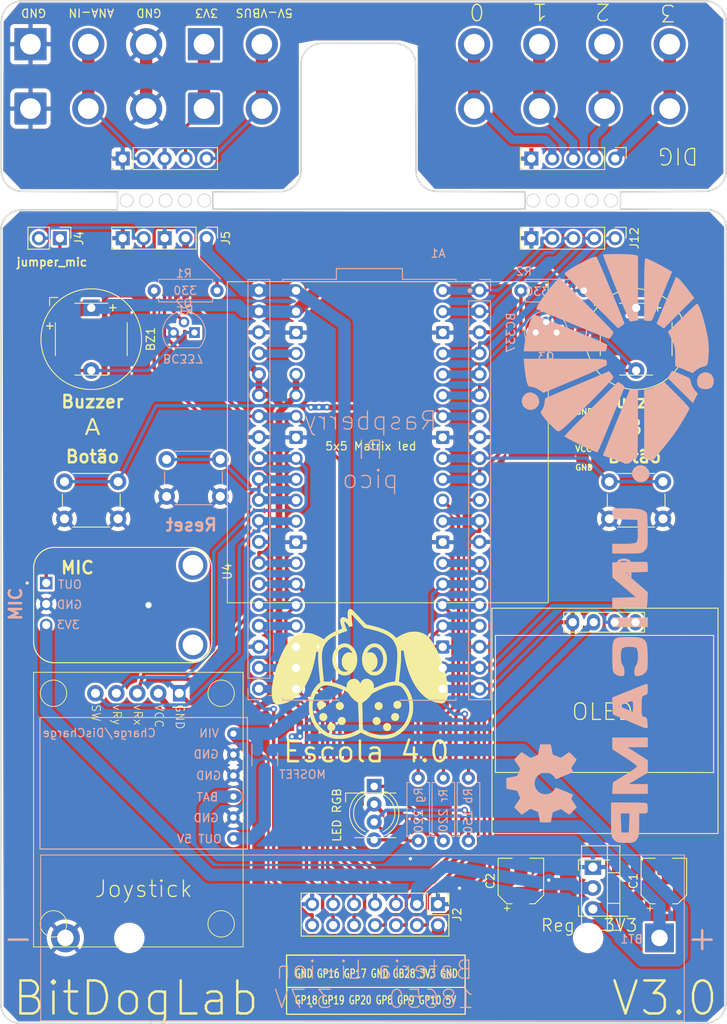
<source format=kicad_pcb>
(kicad_pcb (version 20221018) (generator pcbnew)
  (layers (0 "F.Cu" signal) (31 "B.Cu" signal) (34 "B.Paste" user) (35 "F.Paste" user) (36 "B.SilkS" user "B.Silkscreen") (37 "F.SilkS" user "F.Silkscreen") (38 "B.Mask" user) (39 "F.Mask" user) (44 "Edge.Cuts" user))
  (net 0 "")
  (net 1 "/GP0")
  (net 2 "/GP01")
  (net 3 "GNDREF")
  (net 4 "/GP02")
  (net 5 "/GP03")
  (net 6 "/GP04")
  (net 7 "/pino_07")
  (net 8 "/pino_09")
  (net 9 "/in")
  (net 10 "/GP08")
  (net 11 "/GP09")
  (net 12 "/GP10")
  (net 13 "/GP11")
  (net 14 "/GP12")
  (net 15 "/GP13")
  (net 16 "/pino_19")
  (net 17 "/pino_20")
  (net 18 "/GP16")
  (net 19 "/GP17")
  (net 20 "/GP18")
  (net 21 "/GP19")
  (net 22 "/GP20")
  (net 23 "/GP28")
  (net 24 "3.3_OUT")
  (net 25 "+3.3V")
  (net 26 "VSYS")
  (net 27 "VBUS")
  (net 28 "Net-(BT1-+)")
  (net 29 "Net-(BZ1-+)")
  (net 30 "Net-(BZ3-+)")
  (net 31 "Net-(D1-BA)")
  (net 32 "Net-(Q1-D)")
  (net 33 "Net-(Q2-B)")
  (net 34 "Net-(Q3-B)")
  (net 35 "VBUS_EXT")
  (net 36 "3.3_OUT_EXT")
  (net 37 "/AGND_EXT")
  (net 38 "/GP28_EXT")
  (net 39 "/GP03_EXT")
  (net 40 "/GP02_EXT")
  (net 41 "/GP01_EXT")
  (net 42 "/GP0_EXT")
  (net 43 "/pino_27")
  (net 44 "/pino_29")
  (net 45 "/pino_30")
  (net 46 "/pino_31")
  (net 47 "/pino_32")
  (net 48 "/pino_37")
  (net 49 "Net-(J4-Pin_1)")
  (net 50 "Net-(D1-GA)")
  (net 51 "Net-(D1-RA)")
  (footprint "Connector_Wire:SolderWire-2sqmm_1x02_P7.8mm_D2mm_OD3.9mm" (layer "F.Cu") (at 91.6915 45.2501 90)
    (fp_text reference "J7" hide)
    (fp_text value "GND")
  )
  (footprint "Connector_Wire:SolderWire-2sqmm_1x02_P7.8mm_D2mm_OD3.9mm" (layer "F.Cu") (at 153.3652 45.2501 90)
    (fp_text reference "J16" hide)
    (fp_text value "1")
  )
  (footprint "Button_Switch_THT:SW_PUSH_6mm" (layer "F.Cu") (at 95.81 90.46)
    (fp_text reference "SW2" hide)
    (fp_text value "Botão")
  )
  (footprint "Buzzer_Beeper:Buzzer_12x9.5RM7.6" (layer "F.Cu") (at 165.1 69.3928 -90)
    (fp_text reference "BZ3" hide)
    (fp_text value "Buzzer_B")
  )
  (footprint "Connector_PinHeader_2.54mm:PinHeader_1x05_P2.54mm_Vertical" (layer "F.Cu") (at 162.56 51.308 -90)
    (fp_text reference "J13" hide)
    (fp_text value "Conn_01x05_Pin" hide)
  )
  (footprint "Buzzer_Beeper:MagneticBuzzer_CUI_CMT-8504-100-SMT" (layer "F.Cu") (at 165.1 73.1928)
    (fp_text reference "Buzzer" hide)
    (fp_text value "Buzzer_B_SMD")
  )
  (footprint "Buzzer_Beeper:MagneticBuzzer_CUI_CMT-8504-100-SMT" (layer "F.Cu") (at 99.06 73.1928)
    (fp_text reference "Buzzer")
    (fp_text value "Buzzer_A_SMD")
  )
  (footprint "LED_THT:LED_D5.0mm-4_RGB_Wide_Pins" (layer "F.Cu") (at 133.35 127.381 -90)
    (fp_text reference "D2" hide)
    (fp_text value "LED_RAGB")
  )
  (footprint "matrix5x5:Ws2812_led_5050_rgb_5x5" (layer "F.Cu") (at 115.55 66.23)
    (fp_text reference "J14" hide)
    (fp_text value "5x5 Matrix led")
  )
  (footprint "user_1063:MODULE_1063" (layer "F.Cu") (at 102.87 105.41 -90)
    (fp_text reference "U4")
    (fp_text value "MIC")
  )
  (footprint "Connector_Wire:SolderWire-2sqmm_1x02_P7.8mm_D2mm_OD3.9mm" (layer "F.Cu") (at 105.7123 45.2501 90)
    (fp_text reference "J9" hide)
    (fp_text value "GND")
  )
  (footprint "Connector_Wire:SolderWire-2sqmm_1x02_P7.8mm_D2mm_OD3.9mm" (layer "F.Cu") (at 112.7227 45.2501 90)
    (fp_text reference "J10" hide)
    (fp_text value "3V3")
  )
  (footprint "Connector_PinHeader_2.54mm:PinHeader_2x07_P2.54mm_Vertical" (layer "F.Cu") (at 141.0716 141.6558 -90)
    (fp_text reference "J2")
    (fp_text value "conector_idc")
  )
  (footprint "Downloads:logo bitDog 25mm" (layer "F.Cu") (at 131.7864 114.3)
    (fp_text reference "G1" hide)
    (fp_text value "LOGO" hide)
  )
  (footprint "Capacitor_SMD:CP_Elec_5x5.9" (layer "F.Cu") (at 151.13 138.8509 90)
    (fp_text reference "C2")
    (fp_text value "C_Polarized_Small" hide)
  )
  (footprint "Connector_PinHeader_2.54mm:PinHeader_1x02_P2.54mm_Vertical" (layer "F.Cu") (at 95.25 60.96 -90)
    (fp_text reference "J4")
    (fp_text value "jumper_mic")
  )
  (footprint "Connector_PinHeader_2.54mm:PinHeader_1x05_P2.54mm_Vertical" (layer "F.Cu") (at 162.555 60.96 -90)
    (fp_text reference "J12")
    (fp_text value "Conn_01x05_Pin")
  )
  (footprint "user_ky-023-joystick-module-1.snapshot.4:ky-023" (layer "F.Cu") (at 117.465 113.56 -90)
    (fp_text reference "J19" hide)
    (fp_text value "JOYSTICK")
  )
  (footprint "Connector_Wire:SolderWire-2sqmm_1x02_P7.8mm_D2mm_OD3.9mm" (layer "F.Cu") (at 169.164 45.2501 90)
    (fp_text reference "J18" hide)
    (fp_text value "3")
  )
  (footprint "Connector_Wire:SolderWire-2sqmm_1x02_P7.8mm_D2mm_OD3.9mm" (layer "F.Cu") (at 145.4658 45.2501 90)
    (fp_text reference "J15" hide)
    (fp_text value "0")
  )
  (footprint "Buzzer_Beeper:Buzzer_12x9.5RM7.6" (layer "F.Cu") (at 99.06 69.3928 -90)
    (fp_text reference "BZ1")
    (fp_text value "Buzzer_A")
  )
  (footprint "Package_TO_SOT_THT:TO-220-3_Vertical" (layer "F.Cu") (at 159.854 137.16 -90)
    (fp_text reference "U1" hide)
    (fp_text value "3.3v_tht")
  )
  (footprint "Connector_Wire:SolderWire-2sqmm_1x02_P7.8mm_D2mm_OD3.9mm" (layer "F.Cu") (at 161.2646 45.2501 90)
    (fp_text reference "J17" hide)
    (fp_text value "2")
  )
  (footprint "Package_TO_SOT_SMD:SOT-223" (layer "F.Cu") (at 160.02 139.7 180)
    (fp_text reference "Reg   3V3")
    (fp_text value "3.3v_smd")
  )
  (footprint "Button_Switch_THT:SW_PUSH_6mm" (layer "F.Cu") (at 161.85 90.46)
    (fp_text reference "SW3" hide)
    (fp_text value "Button_B")
  )
  (footprint "Connector_Wire:SolderWire-2sqmm_1x02_P7.8mm_D2mm_OD3.9mm" (layer "F.Cu") (at 119.7331 45.2501 90)
    (fp_text reference "J11" hide)
    (fp_text value "5V-VBUS")
  )
  (footprint "user_SSD1306:128x64OLED" (layer "F.Cu") (at 161.0238 118.0928)
    (fp_text reference "OLED")
    (fp_text value "SSD1306")
  )
  (footprint "Capacitor_SMD:CP_Elec_5x5.9" (layer "F.Cu") (at 168.4588 138.8509 90)
    (fp_text reference "C1")
    (fp_text value "C_Polarized_Small" hide)
  )
  (footprint "Connector_PinHeader_2.54mm:PinHeader_1x05_P2.54mm_Vertical" (layer "F.Cu") (at 113.03 60.95 -90)
    (fp_text reference "J5")
    (fp_text value "Conn_01x05_Pin")
  )
  (footprint "Connector_PinHeader_2.54mm:PinHeader_1x05_P2.54mm_Vertical" (layer "F.Cu") (at 102.87 51.308 90)
    (fp_text reference "J6" hide)
    (fp_text value "Conn_01x05_Pin")
  )
  (footprint "Connector_Wire:SolderWire-2sqmm_1x02_P7.8mm_D2mm_OD3.9mm" (layer "F.Cu") (at 98.7019 45.2501 90)
    (fp_text reference "J8" hide)
    (fp_text value "ANA-IN")
  )
  (footprint "LED_SMD:LED_RGB_5050-6" (layer "F.Cu") (at 133.49 130.895)
    (fp_text reference "LED RGB")
    (fp_text value "LED_RGB_SMD")
  )
  (footprint "Battery:BatteryHolder_MPD_BH-18650-PC2" (layer "B.Cu") (at 167.9276 145.7452 180)
    (fp_text reference "BT1")
    (fp_text value "Battery_Cell")
  )
  (footprint "Resistor_THT:R_Axial_DIN0207_L6.3mm_D2.5mm_P7.62mm_Horizontal" (layer "B.Cu") (at 138.684 133.985 90)
    (fp_text reference "Rg 220")
    (fp_text value "150")
  )
  (footprint "Button_Switch_THT:SW_PUSH_6mm" (layer "B.Cu") (at 114.6941 87.7613 180)
    (fp_text reference "SW1" hide)
    (fp_text value "Reset")
  )
  (footprint "LOGO" (layer "B.Cu") (at 153.67 127 -90)
    (fp_text reference "G3" hide)
    (fp_text value "LOGO" hide)
  )
  (footprint "Downloads:unicamp V2A" (layer "B.Cu") (at 163.689734 101.106913 -90)
    (fp_text reference "G2")
    (fp_text value "LOGO" hide)
  )
  (footprint "Package_TO_SOT_SMD:SOT-23-3" (layer "B.Cu") (at 120.0912 124.1099 -90)
    (fp_text reference "Q1" hide)
    (fp_text value "DMG2305UX-13")
  )
  (footprint "Package_TO_SOT_THT:TO-92" (layer "B.Cu") (at 155.4592 72.39 180)
    (fp_text reference "Q3")
    (fp_text value "BC337")
  )
  (footprint "Resistor_THT:R_Axial_DIN0207_L6.3mm_D2.5mm_P7.62mm_Horizontal" (layer "B.Cu") (at 144.78 133.985 90)
    (fp_text reference "Rb 150")
    (fp_text value "150")
  )
  (footprint "Package_TO_SOT_THT:TO-92" (layer "B.Cu") (at 111.568 72.39 180)
    (fp_text reference "Q2")
    (fp_text value "BC337")
  )
  (footprint "Connector_PinHeader_2.54mm:PinHeader_1x20_P2.54mm_Vertical" (layer "B.Cu") (at 146.1262 67.2846 180)
    (fp_text reference "J1" hide)
    (fp_text value "Conn_01x20_Socket" hide)
  )
  (footprint "Resistor_THT:R_Axial_DIN0207_L6.3mm_D2.5mm_P7.62mm_Horizontal" (layer "B.Cu") (at 106.68 67.31)
    (fp_text reference "R1")
    (fp_text value "330")
  )
  (footprint "Resistor_THT:R_Axial_DIN0207_L6.3mm_D2.5mm_P7.62mm_Horizontal" (layer "B.Cu") (at 151.13 67.31)
    (fp_text reference "R2" hide)
    (fp_text value "330")
  )
  (footprint "user_HW775-main:Charger2A" (layer "B.Cu") (at 93.0329 119.2903)
    (fp_text reference "Charge/DisCharge")
    (fp_text value "BAT (DIS)CHARGE")
  )
  (footprint "Connector_PinHeader_2.54mm:PinHeader_1x20_P2.54mm_Vertical" (layer "B.Cu") (at 119.38 115.5446)
    (fp_text reference "J3" hide)
    (fp_text value "Conn_01x20_Socket" hide)
  )
  (footprint "Resistor_THT:R_Axial_DIN0207_L6.3mm_D2.5mm_P7.62mm_Horizontal" (layer "B.Cu") (at 141.732 133.985 90)
    (fp_text reference "Rr 220")
    (fp_text value "220")
  )
  (footprint "user_Raspberry_Pi_Pico_W_Kicad_Files-main:MODULE_SC0918" (layer "B.Cu") (at 132.7674 91.44 180)
    (fp_text reference "A1")
    (fp_text value "SC0918")
  )
  (gr_rect (start 122.7328 147.828) (end 144.3736 154.9908) (stroke (width 0.15)) (fill none) (layer "F.SilkS"))
  (gr_rect (start 122.7328 147.828) (end 144.3736 151.7396) (stroke (width 0.15)) (fill none) (layer "F.SilkS"))
  (gr_line (start 135.832349 37.342688) (end 127.022177 37.350323) (stroke (width 0.2)) (layer "Edge.Cuts"))
  (gr_arc (start 88.0984 59.981437) (mid 88.866578 58.244128) (end 90.6272 57.531) (stroke (width 0.2)) (layer "Edge.Cuts"))
  (gr_arc (start 124.482901 52.76186) (mid 123.738972 54.557931) (end 121.942901 55.30186) (stroke (width 0.2)) (layer "Edge.Cuts"))
  (gr_arc (start 124.482177 39.890323) (mid 125.226109 38.094255) (end 127.022177 37.350323) (stroke (width 0.2)) (layer "Edge.Cuts"))
  (gr_line (start 90.6272 57.531) (end 102.235 57.531) (stroke (width 0.2)) (layer "Edge.Cuts"))
  (gr_arc (start 90.696051 55.279946) (mid 88.900014 54.535983) (end 88.156051 52.739946) (stroke (width 0.2)) (layer "Edge.Cuts"))
  (gr_circle (center 105.699 56.388) (end 106.499 56.388) (stroke (width 0.1)) (fill none) (layer "Edge.Cuts"))
  (gr_circle (center 154.975 56.388) (end 155.775 56.388) (stroke (width 0.1)) (fill none) (layer "Edge.Cuts"))
  (gr_arc (start 173.463949 32.202048) (mid 175.259987 32.946011) (end 176.003949 34.742048) (stroke (width 0.2)) (layer "Edge.Cuts"))
  (gr_line (start 173.463949 156.083) (end 90.486 156.092685) (stroke (width 0.2)) (layer "Edge.Cuts"))
  (gr_circle (center 108.058 56.388) (end 108.858 56.388) (stroke (width 0.1)) (fill none) (layer "Edge.Cuts"))
  (gr_line (start 173.463949 55.279946) (end 163.195 55.3466) (stroke (width 0.2)) (layer "Edge.Cuts"))
  (gr_arc (start 88.156051 34.742048) (mid 88.899987 32.945984) (end 90.696051 32.202048) (stroke (width 0.2)) (layer "Edge.Cuts"))
  (gr_arc (start 90.486 156.092685) (mid 88.825941 155.438344) (end 88.0984 153.809037) (stroke (width 0.2)) (layer "Edge.Cuts"))
  (gr_circle (center 112.776 56.388) (end 113.576 56.388) (stroke (width 0.1)) (fill none) (layer "Edge.Cuts"))
  (gr_circle (center 152.616 56.388) (end 153.416 56.388) (stroke (width 0.1)) (fill none) (layer "Edge.Cuts"))
  (gr_line (start 102.235 55.3466) (end 90.696051 55.279946) (stroke (width 0.2)) (layer "Edge.Cuts"))
  (gr_line (start 151.638 55.3466) (end 151.638 57.4294) (stroke (width 0.2)) (layer "Edge.Cuts"))
  (gr_circle (center 103.34 56.388) (end 104.14 56.388) (stroke (width 0.1)) (fill none) (layer "Edge.Cuts"))
  (gr_line (start 88.156051 52.739946) (end 88.156051 34.742048) (stroke (width 0.2)) (layer "Edge.Cuts"))
  (gr_arc (start 135.832349 37.342751) (mid 137.628364 38.086692) (end 138.372349 39.882688) (stroke (width 0.2)) (layer "Edge.Cuts"))
  (gr_line (start 176.003949 34.742048) (end 176.003949 52.739946) (stroke (width 0.2)) (layer "Edge.Cuts"))
  (gr_arc (start 173.8488 57.492237) (mid 175.431181 58.226471) (end 176.022 59.8678) (stroke (width 0.2)) (layer "Edge.Cuts"))
  (gr_line (start 124.482177 39.890323) (end 124.482901 52.76186) (stroke (width 0.2)) (layer "Edge.Cuts"))
  (gr_circle (center 106 105.41) (end 106.35 105.41) (stroke (width 0.1)) (fill none) (layer "Edge.Cuts"))
  (gr_line (start 151.638 55.3466) (end 140.961898 55.282854) (stroke (width 0.2)) (layer "Edge.Cuts"))
  (gr_line (start 163.195 55.3466) (end 163.195 57.4294) (stroke (width 0.2)) (layer "Edge.Cuts"))
  (gr_arc (start 176.003949 52.739946) (mid 175.259987 54.535985) (end 173.463949 55.279946) (stroke (width 0.2)) (layer "Edge.Cuts"))
  (gr_line (start 113.792 57.4294) (end 151.638 57.4294) (stroke (width 0.2)) (layer "Edge.Cuts"))
  (gr_circle (center 159.693 56.388) (end 160.493 56.388) (stroke (width 0.1)) (fill none) (layer "Edge.Cuts"))
  (gr_line (start 121.942901 55.30186) (end 113.792 55.3466) (stroke (width 0.2)) (layer "Edge.Cuts"))
  (gr_line (start 173.8488 57.492237) (end 163.195 57.4294) (stroke (width 0.2)) (layer "Edge.Cuts"))
  (gr_circle (center 110.417 56.388) (end 111.217 56.388) (stroke (width 0.1)) (fill none) (layer "Edge.Cuts"))
  (gr_circle (center 162.052 56.388) (end 162.852 56.388) (stroke (width 0.1)) (fill none) (layer "Edge.Cuts"))
  (gr_line (start 113.792 55.3466) (end 113.792 57.4294) (stroke (width 0.2)) (layer "Edge.Cuts"))
  (gr_line (start 176.022 59.8678) (end 176.003949 153.524963) (stroke (width 0.2)) (layer "Edge.Cuts"))
  (gr_arc (start 176.003949 153.524963) (mid 175.261068 155.327379) (end 173.463949 156.083) (stroke (width 0.2)) (layer "Edge.Cuts"))
  (gr_arc (start 140.961898 55.282854) (mid 139.165857 54.538895) (end 138.421898 52.742854) (stroke (width 0.2)) (layer "Edge.Cuts"))
  (gr_circle (center 157.334 56.388) (end 158.134 56.388) (stroke (width 0.1)) (fill none) (layer "Edge.Cuts"))
  (gr_line (start 88.0984 153.809037) (end 88.0984 59.981437) (stroke (width 0.2)) (layer "Edge.Cuts"))
  (gr_line (start 90.696051 32.202048) (end 173.463949 32.202048) (stroke (width 0.2)) (layer "Edge.Cuts"))
  (gr_line (start 138.421898 52.742854) (end 138.372349 39.882688) (stroke (width 0.2)) (layer "Edge.Cuts"))
  (gr_line (start 102.235 55.3466) (end 102.235 57.531) (stroke (width 0.2)) (layer "Edge.Cuts"))
  (gr_text "Bateria Li-ion\n18650    3.7V" (at 133.35 151.384) (layer "B.SilkS") (effects (font (size 2.2 2.2)) (justify mirror)))
  (gr_text "-" (at 92.2528 147.4724) (layer "B.SilkS") (effects (font (size 3 3) (thickness 0.3) bold) (justify left bottom mirror)))
  (gr_text "GND" (at 113.284 126.0856) (layer "B.SilkS") (effects (font (size 1 1)) (justify mirror)))
  (gr_text "GND" (at 112.9792 131.2164) (layer "B.SilkS") (effects (font (size 1 1)) (justify mirror)))
  (gr_text "3V3\n" (at 96.266 107.7976) (layer "B.SilkS") (effects (font (size 1 1)) (justify mirror)))
  (gr_text "Raspberry\nPI\npico" (at 132.8928 86.614) (layer "B.SilkS") (effects (font (size 2.2 2.2)) (justify mirror)))
  (gr_text "GND\n" (at 96.4184 105.3592) (layer "B.SilkS") (effects (font (size 1 1)) (justify mirror)))
  (gr_text "+" (at 175.1584 147.4724) (layer "B.SilkS") (effects (font (size 3 3) (thickness 0.3) bold) (justify left bottom mirror)))
  (gr_text "GND" (at 112.9792 123.4948) (layer "B.SilkS") (effects (font (size 1 1)) (justify mirror)))
  (gr_text "VIN" (at 113.3348 120.9548) (layer "B.SilkS") (effects (font (size 1 1)) (justify mirror)))
  (gr_text "OUT\n" (at 96.4692 102.9208) (layer "B.SilkS") (effects (font (size 1 1)) (justify mirror)))
  (gr_text "BC337" (at 110.1852 75.5396 180) (layer "B.SilkS") (effects (font (size 1 1)) (justify mirror)))
  (gr_text "BAT" (at 113.1316 128.6764) (layer "B.SilkS") (effects (font (size 1 1)) (justify mirror)))
  (gr_text "OUT 5V" (at 112.1664 133.7564) (layer "B.SilkS") (effects (font (size 1 1)) (justify mirror)))
  (gr_text "MOSFET" (at 124.6632 125.9332) (layer "B.SilkS") (effects (font (size 1 1)) (justify mirror)))
  (gr_text "GND GP16 GP17 GND GB28 3V3 GND\n\nGP18 GP19 GP20 GP8 GP9 GP10 5V" (at 123.6472 153.8732) (layer "F.SilkS") (effects (font (size 1 0.7)) (justify left bottom)))
  (gr_text "Escola 4.0" (at 132.396 123.19) (layer "F.SilkS") (effects (font (size 2.5 2.5) (thickness 0.3))))
  (gr_text "Joystick" (at 99.3648 140.97) (layer "F.SilkS") (effects (font (size 2 2)) (justify left bottom)))
  (gr_text "BitDogLab              V3.0" (at 132.2832 153.0604) (layer "F.SilkS") (effects (font (size 4 4) (thickness 0.3))))
  (gr_text "DIG" (at 170.18 51.0032 180) (layer "F.SilkS") (effects (font (size 2 2))))
  (gr_text "Botão" (at 164.8968 87.4268) (layer "F.SilkS") (effects (font (size 1.5 1.5) (thickness 0.3) bold)))
  (gr_text "A" (at 99.2124 83.9724) (layer "F.SilkS") (effects (font (size 2 2))))
  (gr_text "MIC" (at 97.3836 100.8888) (layer "F.SilkS") (effects (font (size 1.5 1.5) (thickness 0.3) bold)))
  (gr_text "GND\n\nIN\n\nVCC\n\nGND\n" (at 157.6324 89.154) (layer "F.SilkS") (effects (font (size 0.7 0.7)) (justify left bottom)))
  (gr_text "B" (at 164.8968 83.9724) (layer "F.SilkS") (effects (font (size 2 2))))
  (gr_text "Buzzer" (at 164.8968 80.772) (layer "F.SilkS") (effects (font (size 1.5 1.5) (thickness 0.3) bold)))
  (segment (start 146.1262 67.2846) (end 144.8743 67.2846) (width 0.4) (layer "B.Cu") (net 1))
  (segment (start 148.3777 67.2846) (end 153.6831 61.9792) (width 0.4) (layer "B.Cu") (net 1))
  (segment (start 146.1008 67.31) (end 146.1262 67.2846) (width 1) (layer "B.Cu") (net 1))
  (segment (start 153.6831 61.9792) (end 153.6831 60.96) (width 0.4) (layer "B.Cu") (net 1))
  (segment (start 146.1262 67.2846) (end 148.3777 67.2846) (width 0.4) (layer "B.Cu") (net 1))
  (segment (start 154.935 60.96) (end 153.6831 60.96) (width 0.4) (layer "B.Cu") (net 1))
  (segment (start 141.6574 67.31) (end 146.1008 67.31) (width 1) (layer "B.Cu") (net 1))
  (segment (start 146.1262 69.8246) (end 144.8743 69.8246) (width 0.4) (layer "B.Cu") (net 2))
  (segment (start 147.3781 69.8246) (end 147.3781 69.3551) (width 0.4) (layer "B.Cu") (net 2))
  (segment (start 156.2231 61.4788) (end 156.2231 60.96) (width 0.4) (layer "B.Cu") (net 2))
  (segment (start 155.0131 62.6888) (end 156.2231 61.4788) (width 0.4) (layer "B.Cu") (net 2))
  (segment (start 147.3781 69.3551) (end 154.0444 62.6888) (width 0.4) (layer "B.Cu") (net 2))
  (segment (start 154.0444 62.6888) (end 155.0131 62.6888) (width 0.4) (layer "B.Cu") (net 2))
  (segment (start 141.6574 69.85) (end 146.1008 69.85) (width 1) (layer "B.Cu") (net 2))
  (segment (start 146.1008 69.85) (end 146.1262 69.8246) (width 1) (layer "B.Cu") (net 2))
  (segment (start 146.1262 69.8246) (end 147.3781 69.8246) (width 0.4) (layer "B.Cu") (net 2))
  (segment (start 157.475 60.96) (end 156.2231 60.96) (width 0.4) (layer "B.Cu") (net 2))
  (via (at 126.5428 110.4646) (size 0.8) (drill 0.4) (layers "F.Cu" "B.Cu") (net 3))
  (via (at 137.7442 136.144) (size 0.8) (drill 0.4) (layers "F.Cu" "B.Cu") (net 3))
  (via (at 143.6878 139.7254) (size 0.8) (drill 0.4) (layers "F.Cu" "B.Cu") (net 3))
  (segment (start 160.015 60.96) (end 158.7631 60.96) (width 0.4) (layer "B.Cu") (net 4))
  (segment (start 158.7631 61.5704) (end 158.7631 60.96) (width 0.4) (layer "B.Cu") (net 4))
  (segment (start 146.1262 74.9046) (end 146.1262 73.6527) (width 0.4) (layer "B.Cu") (net 4))
  (segment (start 146.1008 74.93) (end 146.1262 74.9046) (width 1) (layer "B.Cu") (net 4))
  (segment (start 141.6574 74.93) (end 146.1008 74.93) (width 1) (layer "B.Cu") (net 4))
  (segment (start 146.1262 73.6527) (end 146.6808 73.6527) (width 0.4) (layer "B.Cu") (net 4))
  (segment (start 146.6808 73.6527) (end 158.7631 61.5704) (width 0.4) (layer "B.Cu") (net 4))
  (segment (start 146.1262 74.9046) (end 144.8743 74.9046) (width 0.4) (layer "B.Cu") (net 4))
  (segment (start 146.1262 77.4446) (end 146.1262 76.1927) (width 0.4) (layer "B.Cu") (net 5))
  (segment (start 146.1008 77.47) (end 146.1262 77.4446) (width 1) (layer "B.Cu") (net 5))
  (segment (start 141.6574 77.47) (end 146.1008 77.47) (width 1) (layer "B.Cu") (net 5))
  (segment (start 161.3031 61.5724) (end 161.3031 60.96) (width 0.4) (layer "B.Cu") (net 5))
  (segment (start 162.555 60.96) (end 161.3031 60.96) (width 0.4) (layer "B.Cu") (net 5))
  (segment (start 146.6828 76.1927) (end 161.3031 61.5724) (width 0.4) (layer "B.Cu") (net 5))
  (segment (start 146.1262 77.4446) (end 144.8743 77.4446) (width 0.4) (layer "B.Cu") (net 5))
  (segment (start 146.1262 76.1927) (end 146.6828 76.1927) (width 0.4) (layer "B.Cu") (net 5))
  (segment (start 151.13 74.2766) (end 151.13 67.31) (width 0.4) (layer "F.Cu") (net 6))
  (segment (start 146.1262 78.7327) (end 146.6739 78.7327) (width 0.4) (layer "F.Cu") (net 6))
  (segment (start 146.1262 79.9846) (end 146.1262 78.7327) (width 0.4) (layer "F.Cu") (net 6))
  (segment (start 146.6739 78.7327) (end 151.13 74.2766) (width 0.4) (layer "F.Cu") (net 6))
  (segment (start 146.1008 80.01) (end 146.1262 79.9846) (width 1) (layer "B.Cu") (net 6))
  (segment (start 146.1262 79.9846) (end 144.8743 79.9846) (width 0.4) (layer "B.Cu") (net 6))
  (segment (start 141.6574 80.01) (end 146.1008 80.01) (width 1) (layer "B.Cu") (net 6))
  (segment (start 125.6792 81.4557) (end 140.5631 81.4557) (width 0.7) (layer "F.Cu") (net 7))
  (segment (start 140.5631 81.4557) (end 141.6574 82.55) (width 0.4) (layer "F.Cu") (net 7))
  (via (at 126.6444 81.4324) (size 0.8) (drill 0.4) (layers "F.Cu" "B.Cu") (net 7))
  (via (at 127.6096 81.4324) (size 0.8) (drill 0.4) (layers "F.Cu" "B.Cu") (net 7))
  (via (at 125.6792 81.4557) (size 0.8) (drill 0.4) (layers "F.Cu" "B.Cu") (net 7))
  (segment (start 95.81 90.46) (end 102.31 90.46) (width 0.4) (layer "B.Cu") (net 7))
  (segment (start 146.1262 82.5246) (end 146.1008 82.55) (width 1) (layer "B.Cu") (net 7))
  (segment (start 125.6792 81.4557) (end 127.5863 81.4557) (width 0.7) (layer "B.Cu") (net 7))
  (segment (start 146.1008 82.55) (end 141.6574 82.55) (width 1) (layer "B.Cu") (net 7))
  (segment (start 127.6096 81.4324) (end 127.4318 81.2546) (width 0.4) (layer "B.Cu") (net 7))
  (segment (start 127.5863 81.4557) (end 127.6096 81.4324) (width 0.4) (layer "B.Cu") (net 7))
  (segment (start 144.8743 82.5246) (end 146.1262 82.5246) (width 0.4) (layer "B.Cu") (net 7))
  (segment (start 106.934 81.2546) (end 102.31 90.46) (width 0.4) (layer "B.Cu") (net 7))
  (segment (start 127.4318 81.2546) (end 106.934 81.2546) (width 0.4) (layer "B.Cu") (net 7))
  (segment (start 168.35 90.46) (end 161.85 90.46) (width 0.4) (layer "B.Cu") (net 8))
  (segment (start 146.1008 87.63) (end 146.1262 87.6046) (width 1) (layer "B.Cu") (net 8))
  (segment (start 146.1262 87.6046) (end 144.8743 87.6046) (width 0.4) (layer "B.Cu") (net 8))
  (segment (start 158.9946 87.6046) (end 161.85 90.46) (width 0.4) (layer "B.Cu") (net 8))
  (segment (start 146.1262 87.6046) (end 158.9946 87.6046) (width 0.4) (layer "B.Cu") (net 8))
  (segment (start 141.6574 87.63) (end 146.1008 87.63) (width 1) (layer "B.Cu") (net 8))
  (segment (start 146.1262 90.1446) (end 146.1262 88.8927) (width 0.4) (layer "F.Cu") (net 9))
  (segment (start 149.2481 86.3186) (end 149.2481 84.01) (width 0.4) (layer "F.Cu") (net 9))
  (segment (start 146.1262 88.8927) (end 146.674 88.8927) (width 0.4) (layer "F.Cu") (net 9))
  (segment (start 146.674 88.8927) (end 149.2481 86.3186) (width 0.4) (layer "F.Cu") (net 9))
  (segment (start 153.65 84.01) (end 149.2481 84.01) (width 0.4) (layer "F.Cu") (net 9))
  (segment (start 141.6574 90.17) (end 146.1008 90.17) (width 1) (layer "B.Cu") (net 9))
  (segment (start 146.1262 90.1446) (end 144.8743 90.1446) (width 0.4) (layer "B.Cu") (net 9))
  (segment (start 146.1008 90.17) (end 146.1262 90.1446) (width 1) (layer "B.Cu") (net 9))
  (segment (start 143.2539 94.3065) (end 143.5721 94.6247) (width 0.4) (layer "F.Cu") (net 10))
  (segment (start 144.8743 92.6861) (end 143.2539 94.3065) (width 0.4) (layer "F.Cu") (net 10))
  (segment (start 146.1262 92.6846) (end 144.8743 92.6846) (width 0.4) (layer "F.Cu") (net 10))
  (segment (start 143.5721 94.6247) (end 143.5721 118.2347) (width 0.4) (layer "F.Cu") (net 10))
  (segment (start 144.8743 92.6846) (end 144.8743 92.6861) (width 0.4) (layer "F.Cu") (net 10))
  (segment (start 136.5021 142.9258) (end 135.4547 142.9258) (width 0.4) (layer "F.Cu") (net 10))
  (segment (start 135.4547 142.9258) (end 134.7035 143.677) (width 0.4) (layer "F.Cu") (net 10))
  (segment (start 143.5721 118.2347) (end 143.256 118.5508) (width 0.4) (layer "F.Cu") (net 10))
  (segment (start 137.2435 141.0437) (end 137.2435 142.1844) (width 0.4) (layer "F.Cu") (net 10))
  (segment (start 141.6574 92.71) (end 143.2539 94.3065) (width 0.4) (layer "F.Cu") (net 10))
  (segment (start 143.256 135.0312) (end 137.2435 141.0437) (width 0.4) (layer "F.Cu") (net 10))
  (segment (start 134.7035 143.677) (end 134.7035 144.1958) (width 0.4) (layer "F.Cu") (net 10))
  (segment (start 143.256 118.5508) (end 143.256 135.0312) (width 0.4) (layer "F.Cu") (net 10))
  (segment (start 133.4516 144.1958) (end 134.7035 144.1958) (width 0.4) (layer "F.Cu") (net 10))
  (segment (start 137.2435 142.1844) (end 136.5021 142.9258) (width 0.4) (layer "F.Cu") (net 10))
  (segment (start 139.0717 142.9258) (end 139.8016 142.1959) (width 0.4) (layer "F.Cu") (net 11))
  (segment (start 139.8016 140.6095) (end 140.7131 139.698) (width 0.4) (layer "F.Cu") (net 11))
  (segment (start 137.9947 142.9258) (end 139.0717 142.9258) (width 0.4) (layer "F.Cu") (net 11))
  (segment (start 137.2435 143.677) (end 137.9947 142.9258) (width 0.4) (layer "F.Cu") (net 11))
  (segment (start 146.0031 119.1511) (end 144.872 118.02) (width 0.4) (layer "F.Cu") (net 11))
  (segment (start 137.2435 144.1958) (end 137.2435 143.677) (width 0.4) (layer "F.Cu") (net 11))
  (segment (start 144.872 118.02) (end 144.872 97.183) (width 0.4) (layer "F.Cu") (net 11))
  (segment (start 146.0031 134.5384) (end 146.0031 119.1511) (width 0.4) (layer "F.Cu") (net 11))
  (segment (start 144.872 97.183) (end 145.5785 96.4765) (width 0.4) (layer "F.Cu") (net 11))
  (segment (start 145.5785 96.4765) (end 146.1262 96.4765) (width 0.4) (layer "F.Cu") (net 11))
  (segment (start 140.8435 139.698) (end 146.0031 134.5384) (width 0.4) (layer "F.Cu") (net 11))
  (segment (start 140.7131 139.698) (end 140.8435 139.698) (width 0.4) (layer "F.Cu") (net 11))
  (segment (start 135.9916 144.1958) (end 137.2435 144.1958) (width 0.4) (layer "F.Cu") (net 11))
  (segment (start 146.1262 95.2246) (end 146.1262 96.4765) (width 0.4) (layer "F.Cu") (net 11))
  (segment (start 139.8016 142.1959) (end 139.8016 140.6095) (width 0.4) (layer "F.Cu") (net 11))
  (segment (start 146.1008 95.25) (end 146.1262 95.2246) (width 1) (layer "B.Cu") (net 11))
  (segment (start 141.6574 95.25) (end 146.1008 95.25) (width 1) (layer "B.Cu") (net 11))
  (segment (start 138.5316 144.1958) (end 139.7835 144.1958) (width 0.4) (layer "F.Cu") (net 12))
  (segment (start 147.3793 102.2619) (end 146.6739 101.5565) (width 0.4) (layer "F.Cu") (net 12))
  (segment (start 140.5348 142.9257) (end 142.0701 142.9257) (width 0.4) (layer "F.Cu") (net 12))
  (segment (start 139.7835 143.677) (end 140.5348 142.9257) (width 0.4) (layer "F.Cu") (net 12))
  (segment (start 147.3793 137.6165) (end 147.3793 102.2619) (width 0.4) (layer "F.Cu") (net 12))
  (segment (start 139.7835 144.1958) (end 139.7835 143.677) (width 0.4) (layer "F.Cu") (net 12))
  (segment (start 142.0701 142.9257) (end 147.3793 137.6165) (width 0.4) (layer "F.Cu") (net 12))
  (segment (start 146.1262 100.3046) (end 146.1262 101.5565) (width 0.4) (layer "F.Cu") (net 12))
  (segment (start 146.6739 101.5565) (end 146.1262 101.5565) (width 0.4) (layer "F.Cu") (net 12))
  (segment (start 141.6574 100.33) (end 146.1008 100.33) (width 1) (layer "B.Cu") (net 12))
  (segment (start 146.1262 100.3046) (end 144.8743 100.3046) (width 0.4) (layer "B.Cu") (net 12))
  (segment (start 146.1008 100.33) (end 146.1262 100.3046) (width 1) (layer "B.Cu") (net 12))
  (segment (start 144.78 126.365) (end 144.78 125.1631) (width 0.4) (layer "F.Cu") (net 13))
  (segment (start 144.78 125.1631) (end 144.3295 124.7126) (width 0.4) (layer "F.Cu") (net 13))
  (segment (start 144.3295 124.7126) (end 144.3295 118.6115) (width 0.4) (layer "F.Cu") (net 13))
  (via (at 144.3295 118.6115) (size 0.8) (drill 0.4) (layers "F.Cu" "B.Cu") (net 13))
  (segment (start 141.6574 102.87) (end 140.3896 104.1378) (width 0.4) (layer "B.Cu") (net 13))
  (segment (start 146.1008 102.87) (end 141.6574 102.87) (width 1) (layer "B.Cu") (net 13))
  (segment (start 142.9881 118.6115) (end 144.3295 118.6115) (width 0.4) (layer "B.Cu") (net 13))
  (segment (start 146.1262 102.8446) (end 146.1008 102.87) (width 1) (layer "B.Cu") (net 13))
  (segment (start 140.3896 104.1378) (end 140.3896 116.013) (width 0.4) (layer "B.Cu") (net 13))
  (segment (start 140.3896 116.013) (end 142.9881 118.6115) (width 0.4) (layer "B.Cu") (net 13))
  (segment (start 142.9036 106.6981) (end 142.9036 117.845) (width 0.4) (layer "F.Cu") (net 14))
  (segment (start 142.9036 117.845) (end 141.732 119.0166) (width 0.4) (layer "F.Cu") (net 14))
  (segment (start 141.732 119.0166) (end 141.732 125.1631) (width 0.4) (layer "F.Cu") (net 14))
  (segment (start 141.732 126.365) (end 141.732 125.1631) (width 0.4) (layer "F.Cu") (net 14))
  (segment (start 141.6155 105.41) (end 142.9036 106.6981) (width 0.4) (layer "F.Cu") (net 14))
  (segment (start 146.1008 105.41) (end 146.1262 105.3846) (width 1) (layer "B.Cu") (net 14))
  (segment (start 141.6155 105.41) (end 146.1008 105.41) (width 1) (layer "B.Cu") (net 14))
  (segment (start 138.684 110.9234) (end 138.684 125.1631) (width 0.4) (layer "F.Cu") (net 15))
  (segment (start 138.684 126.365) (end 138.684 125.1631) (width 0.4) (layer "F.Cu") (net 15))
  (segment (start 141.6574 107.95) (end 138.684 110.9234) (width 0.4) (layer "F.Cu") (net 15))
  (segment (start 146.1008 107.95) (end 146.1262 107.9246) (width 1) (layer "B.Cu") (net 15))
  (segment (start 141.6574 107.95) (end 146.1008 107.95) (width 1) (layer "B.Cu") (net 15))
  (segment (start 147.3781 113.0046) (end 154.9059 105.4768) (width 0.4) (layer "B.Cu") (net 16))
  (segment (start 163.8219 106.882) (end 163.8219 107.4928) (width 0.4) (layer "B.Cu") (net 16))
  (segment (start 141.6574 113.03) (end 146.1008 113.03) (width 1) (layer "B.Cu") (net 16))
  (segment (start 162.4167 105.4768) (end 163.8219 106.882) (width 0.4) (layer "B.Cu") (net 16))
  (segment (start 146.1008 113.03) (end 146.1262 113.0046) (width 1) (layer "B.Cu") (net 16))
  (segment (start 154.9059 105.4768) (end 162.4167 105.4768) (width 0.4) (layer "B.Cu") (net 16))
  (segment (start 165.0238 107.4928) (end 163.8219 107.4928) (width 0.4) (layer "B.Cu") (net 16))
  (segment (start 146.1262 113.0046) (end 147.3781 113.0046) (width 0.4) (layer "B.Cu") (net 16))
  (segment (start 160.4828 106.0829) (end 161.2819 106.882) (width 0.4) (layer "B.Cu") (net 17))
  (segment (start 141.6574 115.57) (end 146.1008 115.57) (width 1) (layer "B.Cu") (net 17))
  (segment (start 146.1262 115.5446) (end 147.3781 115.5446) (width 0.4) (layer "B.Cu") (net 17))
  (segment (start 162.4838 107.4928) (end 161.2819 107.4928) (width 0.4) (layer "B.Cu") (net 17))
  (segment (start 156.8398 106.0829) (end 160.4828 106.0829) (width 0.4) (layer "B.Cu") (net 17))
  (segment (start 146.1008 115.57) (end 146.1262 115.5446) (width 1) (layer "B.Cu") (net 17))
  (segment (start 147.3781 115.5446) (end 156.8398 106.0829) (width 0.4) (layer "B.Cu") (net 17))
  (segment (start 161.2819 106.882) (end 161.2819 107.4928) (width 0.4) (layer "B.Cu") (net 17))
  (segment (start 128.3716 141.6558) (end 128.3716 140.4039) (width 0.4) (layer "F.Cu") (net 18))
  (segment (start 127.1002 118.7928) (end 123.8774 115.57) (width 0.4) (layer "F.Cu") (net 18))
  (segment (start 127.1002 139.1325) (end 127.1002 118.7928) (width 0.4) (layer "F.Cu") (net 18))
  (segment (start 128.3716 140.4039) (end 127.1002 139.1325) (width 0.4) (layer "F.Cu") (net 18))
  (segment (start 119.4054 115.57) (end 123.8774 115.57) (width 1) (layer "B.Cu") (net 18))
  (segment (start 119.38 115.5446) (end 119.4054 115.57) (width 1) (layer "B.Cu") (net 18))
  (segment (start 127.7036 116.8562) (end 123.8774 113.03) (width 0.4) (layer "F.Cu") (net 19))
  (segment (start 130.9116 140.4039) (end 127.7036 137.1959) (width 0.4) (layer "F.Cu") (net 19))
  (segment (start 130.9116 141.6558) (end 130.9116 140.4039) (width 0.4) (layer "F.Cu") (net 19))
  (segment (start 127.7036 137.1959) (end 127.7036 116.8562) (width 0.4) (layer "F.Cu") (net 19))
  (segment (start 123.8774 113.03) (end 119.4054 113.03) (width 1) (layer "B.Cu") (net 19))
  (segment (start 119.4054 113.03) (end 119.38 113.0046) (width 1) (layer "B.Cu") (net 19))
  (segment (start 125.3128 142.9439) (end 125.8316 142.9439) (width 0.4) (layer "F.Cu") (net 20))
  (segment (start 125.8316 144.1958) (end 125.8316 142.9439) (width 0.4) (layer "F.Cu") (net 20))
  (segment (start 121.1685 118.0101) (end 121.1685 138.7996) (width 0.4) (layer "F.Cu") (net 20))
  (segment (start 121.1685 138.7996) (end 125.3128 142.9439) (width 0.4) (layer "F.Cu") (net 20))
  (via (at 121.1685 118.0101) (size 0.8) (drill 0.4) (layers "F.Cu" "B.Cu") (net 20))
  (segment (start 123.8774 107.95) (end 119.4054 107.95) (width 1) (layer "B.Cu") (net 20))
  (segment (start 120.6573 109.2019) (end 120.6573 110.9768) (width 0.4) (layer "B.Cu") (net 20))
  (segment (start 119.38 107.9246) (end 120.6573 109.2019) (width 0.4) (layer "B.Cu") (net 20))
  (segment (start 119.4054 107.95) (end 119.38 107.9246) (width 1) (layer "B.Cu") (net 20))
  (segment (start 120.0519 118.0101) (end 121.1685 118.0101) (width 0.4) (layer "B.Cu") (net 20))
  (segment (start 119.38 107.9246) (end 120.6319 107.9246) (width 0.4) (layer "B.Cu") (net 20))
  (segment (start 120.3198 111.7346) (end 118.8331 111.7346) (width 0.4) (layer "B.Cu") (net 20))
  (segment (start 118.8331 111.7346) (end 118.1268 112.4409) (width 0.4) (layer "B.Cu") (net 20))
  (segment (start 118.1268 112.4409) (end 118.1268 116.085) (width 0.4) (layer "B.Cu") (net 20))
  (segment (start 118.1268 116.085) (end 120.0519 118.0101) (width 0.4) (layer "B.Cu") (net 20))
  (segment (start 120.6573 110.9768) (end 120.3198 111.7346) (width 0.4) (layer "B.Cu") (net 20))
  (segment (start 128.3716 144.1958) (end 128.3716 142.9439) (width 0.4) (layer "F.Cu") (net 21))
  (segment (start 128.3716 142.9439) (end 127.8528 142.9439) (width 0.4) (layer "F.Cu") (net 21))
  (segment (start 125.142 118.6479) (end 122.645 116.1509) (width 0.4) (layer "F.Cu") (net 21))
  (segment (start 127.8528 142.9439) (end 127.1016 142.1927) (width 0.4) (layer "F.Cu") (net 21))
  (segment (start 122.645 116.1509) (end 122.645 106.6424) (width 0.4) (layer "F.Cu") (net 21))
  (segment (start 125.142 138.3103) (end 125.142 118.6479) (width 0.4) (layer "F.Cu") (net 21))
  (segment (start 127.1016 142.1927) (end 127.1016 140.2699) (width 0.4) (layer "F.Cu") (net 21))
  (segment (start 127.1016 140.2699) (end 125.142 138.3103) (width 0.4) (layer "F.Cu") (net 21))
  (segment (start 122.645 106.6424) (end 123.8774 105.41) (width 0.4) (layer "F.Cu") (net 21))
  (segment (start 123.8774 105.41) (end 119.4054 105.41) (width 1) (layer "B.Cu") (net 21))
  (segment (start 119.4054 105.41) (end 119.38 105.3846) (width 1) (layer "B.Cu") (net 21))
  (segment (start 123.8774 102.87) (end 128.4581 107.4507) (width 0.4) (layer "F.Cu") (net 22))
  (segment (start 132.1816 142.1927) (end 131.4304 142.9439) (width 0.4) (layer "F.Cu") (net 22))
  (segment (start 132.1816 138.9999) (end 132.1816 142.1927) (width 0.4) (layer "F.Cu") (net 22))
  (segment (start 131.4304 142.9439) (end 130.9116 142.9439) (width 0.4) (layer "F.Cu") (net 22))
  (segment (start 130.9116 144.1958) (end 130.9116 142.9439) (width 0.4) (layer "F.Cu") (net 22))
  (segment (start 128.4581 135.2764) (end 132.1816 138.9999) (width 0.4) (layer "F.Cu") (net 22))
  (segment (start 128.4581 107.4507) (end 128.4581 135.2764) (width 0.4) (layer "F.Cu") (net 22))
  (segment (start 123.8774 102.87) (end 120.6573 102.87) (width 1) (layer "B.Cu") (net 22))
  (segment (start 119.38 102.8446) (end 120.6319 102.8446) (width 0.4) (layer "B.Cu") (net 22))
  (segment (start 120.6573 102.87) (end 120.6319 102.8446) (width 0.4) (layer "B.Cu") (net 22))
  (segment (start 135.9916 141.6558) (end 135.9916 140.4039) (width 0.4) (layer "F.Cu") (net 23))
  (segment (start 129.1911 133.6034) (end 135.9916 140.4039) (width 0.4) (layer "F.Cu") (net 23))
  (segment (start 105.41 62.2019) (end 107.9324 64.7243) (width 0.4) (layer "F.Cu") (net 23))
  (segment (start 117.6705 82.5246) (end 119.38 82.5246) (width 0.4) (layer "F.Cu") (net 23))
  (segment (start 107.9324 64.7243) (end 107.9324 72.7865) (width 0.4) (layer "F.Cu") (net 23))
  (segment (start 129.1911 87.8637) (end 129.1911 133.6034) (width 0.4) (layer "F.Cu") (net 23))
  (segment (start 107.9324 72.7865) (end 117.6705 82.5246) (width 0.4) (layer "F.Cu") (net 23))
  (segment (start 123.8774 82.55) (end 129.1911 87.8637) (width 0.4) (layer "F.Cu") (net 23))
  (segment (start 105.41 60.95) (end 105.41 62.2019) (width 0.4) (layer "F.Cu") (net 23))
  (segment (start 104.1581 60.95) (end 104.1581 59.9328) (width 0.4) (layer "B.Cu") (net 23))
  (segment (start 103.9234 59.6981) (end 94.1552 59.6981) (width 0.4) (layer "B.Cu") (net 23))
  (segment (start 119.38 82.5246) (end 120.6319 82.5246) (width 0.4) (layer "B.Cu") (net 23))
  (segment (start 94.1552 59.6981) (end 93.9619 59.8914) (width 0.4) (layer "B.Cu") (net 23))
  (segment (start 93.9619 59.8914) (end 93.9619 60.96) (width 0.4) (layer "B.Cu") (net 23))
  (segment (start 119.4054 82.55) (end 119.38 82.5246) (width 1) (layer "B.Cu") (net 23))
  (segment (start 92.71 60.96) (end 93.9619 60.96) (width 0.4) (layer "B.Cu") (net 23))
  (segment (start 123.8774 82.55) (end 119.4054 82.55) (width 1) (layer "B.Cu") (net 23))
  (segment (start 104.1581 59.9328) (end 103.9234 59.6981) (width 0.4) (layer "B.Cu") (net 23))
  (segment (start 105.41 60.95) (end 104.1581 60.95) (width 0.4) (layer "B.Cu") (net 23))
  (segment (start 119.38 79.9846) (end 120.8319 79.9846) (width 0.8) (layer "F.Cu") (net 24))
  (segment (start 124.342 121.3268) (end 124.342 120.2915) (width 0.8) (layer "F.Cu") (net 24))
  (segment (start 121.8126 82.0748) (end 121.8126 116.525) (width 0.8) (layer "F.Cu") (net 24))
  (segment (start 119.38 77.4446) (end 119.38 79.9846) (width 0.8) (layer "F.Cu") (net 24))
  (segment (start 124.3076 121.3612) (end 124.342 121.3268) (width 0.8) (layer "F.Cu") (net 24))
  (segment (start 107.18 116.2057) (end 108.7374 118.2624) (width 0.8) (layer "F.Cu") (net 24))
  (segment (start 122.3674 81.52) (end 120.8319 79.9846) (width 0.8) (layer "F.Cu") (net 24))
  (segment (start 121.7106 117.0082) (end 124.3401 119.6377) (width 0.8) (layer "F.Cu") (net 24))
  (segment (start 123.8774 77.47) (end 123.8774 80.01) (width 0.8) (layer "F.Cu") (net 24))
  (segment (start 121.7106 116.627) (end 121.7106 117.0082) (width 0.8) (layer "F.Cu") (net 24))
  (segment (start 121.8126 116.525) (end 121.7106 116.627) (width 0.8) (layer "F.Cu") (net 24))
  (segment (start 118.3894 118.2624) (end 120.7536 117.0082) (width 0.8) (layer "F.Cu") (net 24))
  (segment (start 108.7374 118.2624) (end 118.3894 118.2624) (width 0.8) (layer "F.Cu") (net 24))
  (segment (start 110.49 68.5546) (end 110.49 60.95) (width 0.8) (layer "F.Cu") (net 24))
  (segment (start 119.38 77.4446) (end 110.49 68.5546) (width 0.8) (layer "F.Cu") (net 24))
  (segment (start 120.7536 117.0082) (end 121.7106 117.0082) (width 0.8) (layer "F.Cu") (net 24))
  (segment (start 123.8774 80.01) (end 122.3674 81.52) (width 0.8) (layer "F.Cu") (net 24))
  (segment (start 107.18 116.1) (end 107.18 116.2057) (width 0.8) (layer "F.Cu") (net 24))
  (segment (start 122.3674 81.52) (end 121.8126 82.0748) (width 0.8) (layer "F.Cu") (net 24))
  (segment (start 124.342 120.2915) (end 124.3401 120.2896) (width 0.8) (layer "F.Cu") (net 24))
  (segment (start 124.3401 119.6377) (end 124.3401 120.2896) (width 0.8) (layer "F.Cu") (net 24))
  (segment (start 123.3932 121.3612) (end 124.3076 121.3612) (width 0.8) (layer "F.Cu") (net 24))
  (via (at 124.3584 121.3104) (size 0.8) (drill 0.4) (layers "F.Cu" "B.Cu") (net 24))
  (via (at 123.3932 121.3612) (size 0.8) (drill 0.4) (layers "F.Cu" "B.Cu") (net 24))
  (via (at 124.3401 120.2896) (size 0.8) (drill 0.4) (layers "F.Cu" "B.Cu") (net 24))
  (segment (start 124.3401 120.2896) (end 147.147 120.2896) (width 0.8) (layer "B.Cu") (net 24))
  (segment (start 124.3401 120.2896) (end 124.3401 121.2921) (width 0.8) (layer "B.Cu") (net 24))
  (segment (start 123.3932 121.3612) (end 124.3076 121.3612) (width 0.8) (layer "B.Cu") (net 24))
  (segment (start 124.3076 121.3612) (end 124.3584 121.3104) (width 0.8) (layer "B.Cu") (net 24))
  (segment (start 124.3401 121.2921) (end 124.3584 121.3104) (width 0.8) (layer "B.Cu") (net 24))
  (segment (start 147.147 120.2896) (end 159.9438 107.4928) (width 0.8) (layer "B.Cu") (net 24))
  (segment (start 154.3254 138.5658) (end 154.502 138.7424) (width 1.5) (layer "F.Cu") (net 25))
  (segment (start 154.3254 137.9885) (end 154.3254 138.5658) (width 1.5) (layer "F.Cu") (net 25))
  (segment (start 163.17 137.4) (end 163.17 135.6981) (width 1.5) (layer "F.Cu") (net 25))
  (segment (start 154.3254 138.5658) (end 153.6151 138.5658) (width 1.5) (layer "F.Cu") (net 25))
  (segment (start 162.7126 135.2407) (end 157.0732 135.2407) (width 1.5) (layer "F.Cu") (net 25))
  (segment (start 157.0732 135.2407) (end 154.3254 137.9885) (width 1.5) (layer "F.Cu") (net 25))
  (segment (start 153.6151 138.5658) (end 151.13 141.0509) (width 1.5) (layer "F.Cu") (net 25))
  (segment (start 163.17 135.6981) (end 162.7126 135.2407) (width 1.5) (layer "F.Cu") (net 25))
  (via (at 154.502 138.7424) (size 0.8) (drill 0.4) (layers "F.Cu" "B.Cu") (net 25))
  (segment (start 157.4233 139.2212) (end 157.9021 139.7) (width 1.5) (layer "B.Cu") (net 25))
  (segment (start 154.502 138.7424) (end 154.502 139.2212) (width 1.5) (layer "B.Cu") (net 25))
  (segment (start 138.5316 141.6558) (end 138.5316 139.7) (width 1.5) (layer "B.Cu") (net 25))
  (segment (start 138.5316 139.7) (end 141.9098 137.0584) (width 1.5) (layer "B.Cu") (net 25))
  (segment (start 159.854 139.7) (end 157.9021 139.7) (width 1.5) (layer "B.Cu") (net 25))
  (segment (start 141.9098 137.0584) (end 154.502 139.2212) (width 1.5) (layer "B.Cu") (net 25))
  (segment (start 113.404822 138.093622) (end 139.897022 138.093622) (width 1.5) (layer "B.Cu") (net 25))
  (segment (start 154.502 139.2212) (end 157.4233 139.2212) (width 1.5) (layer "B.Cu") (net 25))
  (segment (start 93.599 118.2878) (end 113.404822 138.093622) (width 1.5) (layer "B.Cu") (net 25))
  (segment (start 93.599 107.823) (end 93.599 118.2878) (width 1.5) (layer "B.Cu") (net 25))
  (segment (start 166.7316 139.3236) (end 168.4588 141.0509) (width 1.5) (layer "F.Cu") (net 26))
  (segment (start 162.8481 69.6928) (end 163.1481 69.3928) (width 1.5) (layer "F.Cu") (net 26))
  (segment (start 158.6055 69.6928) (end 161.6 69.6928) (width 1.5) (layer "F.Cu") (net 26))
  (segment (start 166.7801 105.4791) (end 166.7801 134.3969) (width 1.5) (layer "F.Cu") (net 26))
  (segment (start 154.3859 65.4804) (end 158.6019 69.6964) (width 1.5) (layer "F.Cu") (net 26))
  (segment (start 98.0619 69.3928) (end 97.7619 69.6928) (width 1.5) (layer "F.Cu") (net 26))
  (segment (start 99.06 69.3928) (end 98.0619 69.3928) (width 1.5) (layer "F.Cu") (net 26))
  (segment (start 95.56 69.6928) (end 97.7619 69.6928) (width 1.5) (layer "F.Cu") (net 26))
  (segment (start 123.8774 69.85) (end 128.247 65.4804) (width 1.5) (layer "F.Cu") (net 26))
  (segment (start 166.7801 134.3969) (end 166.6765 134.5005) (width 1.5) (layer "F.Cu") (net 26))
  (segment (start 161.6 69.6928) (end 162.8481 69.6928) (width 1.5) (layer "F.Cu") (net 26))
  (segment (start 158.6019 69.6964) (end 158.6019 86.55) (width 1.5) (layer "F.Cu") (net 26))
  (segment (start 128.247 65.4804) (end 154.3859 65.4804) (width 1.5) (layer "F.Cu") (net 26))
  (segment (start 163.17 142) (end 165.1219 142) (width 1.5) (layer "F.Cu") (net 26))
  (segment (start 166.6765 139.2686) (end 166.7316 139.3236) (width 1.5) (layer "F.Cu") (net 26))
  (segment (start 161.8059 142.24) (end 162.0459 142) (width 1.5) (layer "F.Cu") (net 26))
  (segment (start 166.6765 134.5005) (end 166.6765 139.2686) (width 1.5) (layer "F.Cu") (net 26))
  (segment (start 162.0459 142) (end 163.17 142) (width 1.5) (layer "F.Cu") (net 26))
  (segment (start 159.854 142.24) (end 161.8059 142.24) (width 1.5) (layer "F.Cu") (net 26))
  (segment (start 158.6019 86.55) (end 158.6019 97.3009) (width 1.5) (layer "F.Cu") (net 26))
  (segment (start 153.65 86.55) (end 158.6019 86.55) (width 1.5) (layer "F.Cu") (net 26))
  (segment (start 165.1219 140.9333) (end 166.7316 139.3236) (width 1.5) (layer "F.Cu") (net 26))
  (segment (start 158.6019 69.6964) (end 158.6055 69.6928) (width 1.5) (layer "F.Cu") (net 26))
  (segment (start 165.1 69.3928) (end 163.1481 69.3928) (width 1.5) (layer "F.Cu") (net 26))
  (segment (start 165.1219 142) (end 165.1219 140.9333) (width 1.5) (layer "F.Cu") (net 26))
  (segment (start 158.6019 97.3009) (end 166.7801 105.4791) (width 1.5) (layer "F.Cu") (net 26))
  (segment (start 165.781 148.4471) (end 170.0976 148.4471) (width 1.5) (layer "B.Cu") (net 26))
  (segment (start 163.134 145.8001) (end 165.781 148.4471) (width 1.5) (layer "B.Cu") (net 26))
  (segment (start 99.06 69.3928) (end 101.0119 69.3928) (width 1.5) (layer "B.Cu") (net 26))
  (segment (start 163.134 145.52) (end 163.134 145.8001) (width 1.5) (layer "B.Cu") (net 26))
  (segment (start 117.5781 69.8246) (end 116.8205 69.067) (width 1.5) (layer "B.Cu") (net 26))
  (segment (start 151.3912 122.9724) (end 121.0412 122.9724) (width 1.5) (layer "B.Cu") (net 26))
  (segment (start 170.6387 147.906) (end 170.6387 142.2199) (width 1.5) (layer "B.Cu") (net 26))
  (segment (start 119.38 69.8246) (end 117.5781 69.8246) (width 1.5) (layer "B.Cu") (net 26))
  (segment (start 170.6387 142.2199) (end 151.3912 122.9724) (width 1.5) (layer "B.Cu") (net 26))
  (segment (start 101.3377 69.067) (end 101.0119 69.3928) (width 1.5) (layer "B.Cu") (net 26))
  (segment (start 123.8774 69.85) (end 121.2073 69.85) (width 1.5) (layer "B.Cu") (net 26))
  (segment (start 170.0976 148.4471) (end 170.6387 147.906) (width 1.5) (layer "B.Cu") (net 26))
  (segment (start 121.2073 69.85) (end 121.1819 69.8246) (width 1.5) (layer "B.Cu") (net 26))
  (segment (start 159.854 142.24) (end 163.134 145.52) (width 1.5) (layer "B.Cu") (net 26))
  (segment (start 116.8205 69.067) (end 101.3377 69.067) (width 1.5) (layer "B.Cu") (net 26))
  (segment (start 119.38 69.8246) (end 121.1819 69.8246) (width 1.5) (layer "B.Cu") (net 26))
  (segment (start 116.2866 120.9921) (end 119.3367 124.0422) (width 1.5) (layer "F.Cu") (net 27))
  (segment (start 119.3367 140.301) (end 125.0334 145.9977) (width 1.5) (layer "F.Cu") (net 27))
  (segment (start 125.0334 145.9977) (end 141.0716 145.9977) (width 1.5) (layer "F.Cu") (net 27))
  (segment (start 119.3367 124.0422) (end 119.3367 140.301) (width 1.5) (layer "F.Cu") (net 27))
  (segment (start 141.0716 144.1958) (end 141.0716 145.9977) (width 1.5) (layer "F.Cu") (net 27))
  (segment (start 123.8774 67.31) (end 123.852 67.2846) (width 1.5) (layer "B.Cu") (net 27))
  (segment (start 129.7432 114.7318) (end 129.7432 71.3994) (width 1.5) (layer "B.Cu") (net 27))
  (segment (start 129.7432 71.3994) (end 123.8774 67.31) (width 1.5) (layer "B.Cu") (net 27))
  (segment (start 119.38 67.2846) (end 117.5781 67.2846) (width 1.5) (layer "B.Cu") (net 27))
  (segment (start 120.9636 120.9921) (end 129.7432 114.7318) (width 1.5) (layer "B.Cu") (net 27))
  (segment (start 119.1412 120.9921) (end 120.9636 120.9921) (width 1.5) (layer "B.Cu") (net 27))
  (segment (start 113.03 60.95) (end 113.03 62.7519) (width 1.5) (layer "B.Cu") (net 27))
  (segment (start 113.0454 62.7519) (end 113.03 62.7519) (width 1.5) (layer "B.Cu") (net 27))
  (segment (start 117.5781 67.2846) (end 113.0454 62.7519) (width 1.5) (layer "B.Cu") (net 27))
  (segment (start 119.1412 120.9921) (end 116.2866 120.9921) (width 1.5) (layer "B.Cu") (net 27))
  (segment (start 123.852 67.2846) (end 119.38 67.2846) (width 1.5) (layer "B.Cu") (net 27))
  (segment (start 119.1412 120.9921) (end 119.1412 122.9724) (width 1.5) (layer "B.Cu") (net 27))
  (segment (start 112.8268 130.0988) (end 114.3135 128.6121) (width 1.5) (layer "B.Cu") (net 28))
  (segment (start 158.2333 132.2222) (end 137.6048 132.2222) (width 1.5) (layer "B.Cu") (net 28))
  (segment (start 134.1171 135.7099) (end 114.5771 135.7099) (width 1.5) (layer "B.Cu") (net 28))
  (segment (start 114.3135 128.6121) (end 116.2866 128.6121) (width 1.5) (layer "B.Cu") (net 28))
  (segment (start 112.8268 133.9596) (end 112.8268 130.0988) (width 1.5) (layer "B.Cu") (net 28))
  (segment (start 114.5771 135.7099) (end 112.8268 133.9596) (width 1.5) (layer "B.Cu") (net 28))
  (segment (start 116.2866 128.6121) (end 116.5725 128.6121) (width 1.5) (layer "B.Cu") (net 28))
  (segment (start 167.9276 145.7452) (end 167.9276 141.9165) (width 1.5) (layer "B.Cu") (net 28))
  (segment (start 137.6048 132.2222) (end 134.1171 135.7099) (width 1.5) (layer "B.Cu") (net 28))
  (segment (start 167.9276 141.9165) (end 158.2333 132.2222) (width 1.5) (layer "B.Cu") (net 28))
  (segment (start 99.06 76.9928) (end 97.5119 76.9928) (width 0.4) (layer "F.Cu") (net 29))
  (segment (start 97.5119 76.9928) (end 97.2119 76.6928) (width 0.4) (layer "F.Cu") (net 29))
  (segment (start 95.56 76.6928) (end 97.2119 76.6928) (width 0.4) (layer "F.Cu") (net 29))
  (segment (start 111.568 72.39) (end 110.5161 72.39) (width 0.4) (layer "B.Cu") (net 29))
  (segment (start 110.5161 72.39) (end 105.9133 76.9928) (width 0.4) (layer "B.Cu") (net 29))
  (segment (start 105.9133 76.9928) (end 99.06 76.9928) (width 0.4) (layer "B.Cu") (net 29))
  (segment (start 165.1 76.9928) (end 163.5519 76.9928) (width 0.4) (layer "F.Cu") (net 30))
  (segment (start 163.5519 76.9928) (end 163.2519 76.6928) (width 0.4) (layer "F.Cu") (net 30))
  (segment (start 161.6 76.6928) (end 163.2519 76.6928) (width 0.4) (layer "F.Cu") (net 30))
  (segment (start 160.4972 72.39) (end 165.1 76.9928) (width 0.4) (layer "B.Cu") (net 30))
  (segment (start 155.4592 72.39) (end 160.4972 72.39) (width 0.4) (layer "B.Cu") (net 30))
  (segment (start 144.3127 130.2599) (end 144.78 130.7272) (width 0.4) (layer "F.Cu") (net 31))
  (segment (start 133.35 131.699) (end 134.246 132.595) (width 0.4) (layer "F.Cu") (net 31))
  (segment (start 144.78 130.7272) (end 144.78 133.985) (width 0.4) (layer "F.Cu") (net 31))
  (segment (start 134.246 132.595) (end 135.89 132.595) (width 0.4) (layer "F.Cu") (net 31))
  (via (at 144.3127 130.2599) (size 0.8) (drill 0.4) (layers "F.Cu" "B.Cu") (net 31))
  (segment (start 133.35 131.699) (end 134.7891 130.2599) (width 0.4) (layer "B.Cu") (net 31))
  (segment (start 134.7891 130.2599) (end 144.3127 130.2599) (width 0.4) (layer "B.Cu") (net 31))
  (segment (start 120.0912 125.2474) (end 120.0912 132.0292) (width 1.5) (layer "B.Cu") (net 32))
  (segment (start 120.0912 132.0292) (end 118.4283 133.6921) (width 1.5) (layer "B.Cu") (net 32))
  (segment (start 118.4283 133.6921) (end 116.2866 133.6921) (width 1.5) (layer "B.Cu") (net 32))
  (segment (start 114.3 67.31) (end 114.3 66.1081) (width 0.4) (layer "F.Cu") (net 33))
  (segment (start 111.76 60.388) (end 111.76 63.5681) (width 0.4) (layer "F.Cu") (net 33))
  (segment (start 111.0326 59.6606) (end 111.76 60.388) (width 0.4) (layer "F.Cu") (net 33))
  (segment (start 111.76 63.5681) (end 114.3 66.1081) (width 0.4) (layer "F.Cu") (net 33))
  (segment (start 106.9566 59.6606) (end 111.0326 59.6606) (width 0.4) (layer "F.Cu") (net 33))
  (segment (start 108.5998 69.4218) (end 108.5998 64.5339) (width 0.4) (layer "F.Cu") (net 33))
  (segment (start 106.68 59.9372) (end 106.9566 59.6606) (width 0.4) (layer "F.Cu") (net 33))
  (segment (start 106.68 62.6141) (end 106.68 59.9372) (width 0.4) (layer "F.Cu") (net 33))
  (segment (start 110.298 71.12) (end 108.5998 69.4218) (width 0.4) (layer "F.Cu") (net 33))
  (segment (start 108.5998 64.5339) (end 106.68 62.6141) (width 0.4) (layer "F.Cu") (net 33))
  (segment (start 154.1892 71.12) (end 157.5481 67.7611) (width 0.4) (layer "B.Cu") (net 34))
  (segment (start 157.5481 67.7611) (end 157.5481 67.31) (width 0.4) (layer "B.Cu") (net 34))
  (segment (start 158.75 67.31) (end 157.5481 67.31) (width 0.4) (layer "B.Cu") (net 34))
  (segment (start 119.7331 45.2501) (end 119.7331 37.4501) (width 1.5) (layer "F.Cu") (net 35))
  (segment (start 114.2819 50.7013) (end 119.7331 45.2501) (width 0.4) (layer "B.Cu") (net 35))
  (segment (start 114.2819 51.308) (end 114.2819 50.7013) (width 0.4) (layer "B.Cu") (net 35))
  (segment (start 113.03 51.308) (end 114.2819 51.308) (width 0.4) (layer "B.Cu") (net 35))
  (segment (start 112.7227 45.2501) (end 112.7227 37.4501) (width 1.5) (layer "F.Cu") (net 36))
  (segment (start 110.49 51.308) (end 110.49 47.4828) (width 0.4) (layer "F.Cu") (net 36))
  (segment (start 110.49 47.4828) (end 112.7227 45.2501) (width 0.4) (layer "F.Cu") (net 36))
  (segment (start 107.95 47.4878) (end 105.7123 45.2501) (width 0.4) (layer "F.Cu") (net 37))
  (segment (start 105.7123 37.4501) (end 105.7123 45.2501) (width 1.5) (layer "F.Cu") (net 37))
  (segment (start 107.95 51.308) (end 107.95 47.4878) (width 0.4) (layer "F.Cu") (net 37))
  (segment (start 98.7019 45.2501) (end 98.7019 37.4501) (width 1.5) (layer "F.Cu") (net 38))
  (segment (start 104.1581 50.2999) (end 99.1083 45.2501) (width 0.4) (layer "B.Cu") (net 38))
  (segment (start 104.1581 51.308) (end 104.1581 50.2999) (width 0.4) (layer "B.Cu") (net 38))
  (segment (start 105.41 51.308) (end 104.1581 51.308) (width 0.4) (layer "B.Cu") (net 38))
  (segment (start 99.1083 45.2501) (end 98.7019 45.2501) (width 0.4) (layer "B.Cu") (net 38))
  (segment (start 169.164 45.2501) (end 169.164 37.4501) (width 1.5) (layer "F.Cu") (net 39))
  (segment (start 168.6179 45.2501) (end 169.164 45.2501) (width 0.4) (layer "B.Cu") (net 39))
  (segment (start 162.56 51.308) (end 168.6179 45.2501) (width 1) (layer "B.Cu") (net 39))
  (segment (start 161.2646 45.2501) (end 161.2646 37.4501) (width 1.5) (layer "F.Cu") (net 40))
  (segment (start 160.02 48.7172) (end 161.2646 47.4726) (width 1) (layer "B.Cu") (net 40))
  (segment (start 161.2646 47.4726) (end 161.2646 45.2501) (width 1) (layer "B.Cu") (net 40))
  (segment (start 160.02 51.308) (end 160.02 48.7172) (width 1) (layer "B.Cu") (net 40))
  (segment (start 153.3652 45.2501) (end 153.3652 37.4501) (width 1.5) (layer "F.Cu") (net 41))
  (segment (start 157.48 51.308) (end 157.48 49.3649) (width 1) (layer "B.Cu") (net 41))
  (segment (start 157.48 49.3649) (end 153.3652 45.2501) (width 1) (layer "B.Cu") (net 41))
  (segment (start 145.4658 45.2501) (end 145.4658 37.4501) (width 1.5) (layer "F.Cu") (net 42))
  (segment (start 152.3492 49.022) (end 150.086228 49.022) (width 1) (layer "B.Cu") (net 42))
  (segment (start 154.0764 49.022) (end 152.3492 49.022) (width 1) (layer "B.Cu") (net 42))
  (segment (start 154.94 49.8856) (end 154.0764 49.022) (width 1) (layer "B.Cu") (net 42))
  (segment (start 150.086228 49.022) (end 146.314328 45.2501) (width 1) (layer "B.Cu") (net 42))
  (segment (start 154.94 51.308) (end 154.94 49.8856) (width 1) (layer "B.Cu") (net 42))
  (segment (start 146.314328 45.2501) (end 145.4658 45.2501) (width 1) (layer "B.Cu") (net 42))
  (segment (start 120.6651 98.3153) (end 119.9277 99.0527) (width 0.4) (layer "F.Cu") (net 43))
  (segment (start 119.38 100.3046) (end 119.38 99.0527) (width 0.4) (layer "F.Cu") (net 43))
  (segment (start 106.68 76.7256) (end 118.829 88.8746) (width 0.4) (layer "F.Cu") (net 43))
  (segment (start 118.829 88.8746) (end 119.8831 88.8746) (width 0.4) (layer "F.Cu") (net 43))
  (segment (start 106.68 67.31) (end 106.68 76.7256) (width 0.4) (layer "F.Cu") (net 43))
  (segment (start 119.8831 88.8746) (end 120.6651 89.6566) (width 0.4) (layer "F.Cu") (net 43))
  (segment (start 120.6651 89.6566) (end 120.6651 98.3153) (width 0.4) (layer "F.Cu") (net 43))
  (segment (start 119.9277 99.0527) (end 119.38 99.0527) (width 0.4) (layer "F.Cu") (net 43))
  (segment (start 120.6573 100.33) (end 120.6319 100.3046) (width 0.4) (layer "B.Cu") (net 43))
  (segment (start 119.38 100.3046) (end 120.6319 100.3046) (width 0.4) (layer "B.Cu") (net 43))
  (segment (start 123.8774 100.33) (end 120.6573 100.33) (width 1) (layer "B.Cu") (net 43))
  (segment (start 119.38 95.2246) (end 120.6319 95.2246) (width 0.4) (layer "B.Cu") (net 44))
  (segment (start 119.4054 95.25) (end 119.38 95.2246) (width 1) (layer "B.Cu") (net 44))
  (segment (start 119.38 95.2246) (end 119.38 96.4765) (width 0.4) (layer "B.Cu") (net 44))
  (segment (start 123.8774 95.25) (end 119.4054 95.25) (width 1) (layer "B.Cu") (net 44))
  (segment (start 110.6351 117.5166) (end 100.9766 117.5166) (width 0.4) (layer "B.Cu") (net 44))
  (segment (start 116.9924 111.2266) (end 110.6351 117.5166) (width 0.4) (layer "B.Cu") (net 44))
  (segment (start 118.8976 96.4765) (end 116.9924 98.3234) (width 0.4) (layer "B.Cu") (net 44))
  (segment (start 100.9766 117.5166) (end 99.56 116.1) (width 0.4) (layer "B.Cu") (net 44))
  (segment (start 119.38 96.4765) (end 118.8976 96.4765) (width 0.4) (layer "B.Cu") (net 44))
  (segment (start 116.9924 98.3234) (end 116.9924 111.2266) (width 0.4) (layer "B.Cu") (net 44))
  (segment (start 119.38 91.4327) (end 118.3655 91.4327) (width 0.4) (layer "B.Cu") (net 45))
  (segment (start 123.8774 92.71) (end 119.4054 92.71) (width 1) (layer "B.Cu") (net 45))
  (segment (start 119.38 92.6846) (end 119.38 91.4327) (width 0.4) (layer "B.Cu") (net 45))
  (segment (start 108.1941 87.7613) (end 114.6941 87.7613) (width 0.4) (layer "B.Cu") (net 45))
  (segment (start 119.4054 92.71) (end 119.38 92.6846) (width 1) (layer "B.Cu") (net 45))
  (segment (start 119.38 92.6846) (end 120.6319 92.6846) (width 0.4) (layer "B.Cu") (net 45))
  (segment (start 118.3655 91.4327) (end 114.6941 87.7613) (width 0.4) (layer "B.Cu") (net 45))
  (segment (start 118.1281 92.1006) (end 118.1281 106.5497) (width 0.4) (layer "F.Cu") (net 46))
  (segment (start 119.38 91.3965) (end 118.8322 91.3965) (width 0.4) (layer "F.Cu") (net 46))
  (segment (start 118.1281 106.5497) (end 112.1156 113.6904) (width 0.4) (layer "F.Cu") (net 46))
  (segment (start 112.1156 113.6904) (end 105.4354 113.6904) (width 0.4) (layer "F.Cu") (net 46))
  (segment (start 105.4354 113.6904) (end 104.64 116.1) (width 0.4) (layer "F.Cu") (net 46))
  (segment (start 118.8322 91.3965) (end 118.1281 92.1006) (width 0.4) (layer "F.Cu") (net 46))
  (segment (start 119.38 90.1446) (end 119.38 91.3965) (width 0.4) (layer "F.Cu") (net 46))
  (segment (start 123.8774 90.17) (end 119.4054 90.17) (width 1) (layer "B.Cu") (net 46))
  (segment (start 119.38 90.1446) (end 120.6319 90.1446) (width 0.4) (layer "B.Cu") (net 46))
  (segment (start 119.4054 90.17) (end 119.38 90.1446) (width 1) (layer "B.Cu") (net 46))
  (segment (start 104.0357 114.1643) (end 102.1 116.1) (width 0.4) (layer "B.Cu") (net 47))
  (segment (start 125.0998 93.3068) (end 124.452 93.9546) (width 0.4) (layer "B.Cu") (net 47))
  (segment (start 110.5181 114.1643) (end 104.0357 114.1643) (width 0.4) (layer "B.Cu") (net 47))
  (segment (start 119.4054 87.63) (end 119.38 87.6046) (width 1) (layer "B.Cu") (net 47))
  (segment (start 123.8774 87.63) (end 119.4054 87.63) (width 1) (layer "B.Cu") (net 47))
  (segment (start 119.38 87.6046) (end 120.6319 87.6046) (width 0.4) (layer "B.Cu") (net 47))
  (segment (start 113.891 110.7914) (end 110.5181 114.1643) (width 0.4) (layer "B.Cu") (net 47))
  (segment (start 123.8774 87.63) (end 125.0998 88.8524) (width 0.4) (layer "B.Cu") (net 47))
  (segment (start 124.452 93.9546) (end 118.8598 93.9546) (width 0.4) (layer "B.Cu") (net 47))
  (segment (start 125.0998 88.8524) (end 125.0998 93.3068) (width 0.4) (layer "B.Cu") (net 47))
  (segment (start 113.891 98.9234) (end 113.891 110.7914) (width 0.4) (layer "B.Cu") (net 47))
  (segment (start 118.8598 93.9546) (end 113.891 98.9234) (width 0.4) (layer "B.Cu") (net 47))
  (segment (start 119.38 74.9046) (end 120.6319 74.9046) (width 0.4) (layer "B.Cu") (net 48))
  (segment (start 123.8774 74.93) (end 119.4054 74.93) (width 1) (layer "B.Cu") (net 48))
  (segment (start 119.4054 74.93) (end 119.38 74.9046) (width 1) (layer "B.Cu") (net 48))
  (segment (start 95.25 62.2119) (end 93.599 63.8629) (width 0.4) (layer "F.Cu") (net 49))
  (segment (start 95.25 60.96) (end 95.25 62.2119) (width 0.4) (layer "F.Cu") (net 49))
  (segment (start 93.599 63.8629) (end 93.599 102.743) (width 0.4) (layer "F.Cu") (net 49))
  (segment (start 137.4189 133.985) (end 137.2919 133.858) (width 0.4) (layer "F.Cu") (net 50))
  (segment (start 135.89 130.895) (end 137.2919 130.895) (width 0.4) (layer "F.Cu") (net 50))
  (segment (start 137.2919 133.858) (end 137.2919 130.895) (width 0.4) (layer "F.Cu") (net 50))
  (segment (start 137.2919 133.858) (end 133.35 133.858) (width 0.4) (layer "F.Cu") (net 50))
  (segment (start 138.684 133.985) (end 137.4189 133.985) (width 0.4) (layer "F.Cu") (net 50))
  (segment (start 136.591 129.195) (end 137.2919 129.195) (width 0.4) (layer "F.Cu") (net 51))
  (segment (start 137.2919 129.5449) (end 137.2919 129.195) (width 0.4) (layer "F.Cu") (net 51))
  (segment (start 141.732 133.985) (end 137.2919 129.5449) (width 0.4) (layer "F.Cu") (net 51))
  (segment (start 135.89 129.195) (end 136.591 129.195) (width 0.4) (layer "F.Cu") (net 51))
  (segment (start 136.591 129.195) (end 134.777 127.381) (width 0.4) (layer "F.Cu") (net 51))
  (segment (start 134.777 127.381) (end 133.35 127.381) (width 0.4) (layer "F.Cu") (net 51))
  (zone (net 37) (net_name "/AGND_EXT") (layers "F&B.Cu") (connect_pads (clearance 0.3)) (min_thickness 0.2) (fill yes (thermal_gap 0.5) (thermal_bridge_width 0.5) (island_removal_mode 1) (island_area_min 10))
    (polygon (pts (xy 88.4428 34.798) (xy 88.392 52.7812) (xy 90.5256 55.0164) (xy 122.3264 55.0164) (xy 124.206 53.2384) (xy 124.206 37.338) (xy 126.1872 36.9824) (xy 136.4996 36.9824) (xy 138.6332 37.592) (xy 138.6332 52.6796) (xy 140.6652 54.9656) (xy 173.8376 54.9656) (xy 175.6664 53.086) (xy 175.6664 34.4424) (xy 173.5836 32.4104) (xy 90.3732 32.4104) (xy 88.4428 34.6964) (xy 88.4428 34.7472)))
  )
  (zone (net 3) (net_name "GNDREF") (layers "F&B.Cu") (priority 1) (connect_pads (clearance 0.3)) (min_thickness 0.2) (fill yes (thermal_gap 0.5) (thermal_bridge_width 0.5) (island_removal_mode 1) (island_area_min 10))
    (polygon (pts (xy 88.3412 59.69) (xy 88.4428 154.0256) (xy 90.17 155.8544) (xy 173.6852 155.9052) (xy 175.768 153.9748) (xy 175.768 59.5884) (xy 173.99 57.7596) (xy 90.424 57.7088)))
  )
)
</source>
